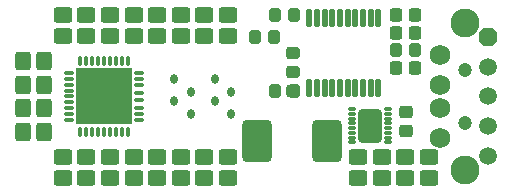
<source format=gts>
%FSLAX44Y44*%
%MOMM*%
G71*
G01*
G75*
G04 Layer_Color=8388736*
%ADD10O,0.6500X0.2000*%
G04:AMPARAMS|DCode=11|XSize=2.75mm|YSize=1.9mm|CornerRadius=0.228mm|HoleSize=0mm|Usage=FLASHONLY|Rotation=90.000|XOffset=0mm|YOffset=0mm|HoleType=Round|Shape=RoundedRectangle|*
%AMROUNDEDRECTD11*
21,1,2.7500,1.4440,0,0,90.0*
21,1,2.2940,1.9000,0,0,90.0*
1,1,0.4560,0.7220,1.1470*
1,1,0.4560,0.7220,-1.1470*
1,1,0.4560,-0.7220,-1.1470*
1,1,0.4560,-0.7220,1.1470*
%
%ADD11ROUNDEDRECTD11*%
G04:AMPARAMS|DCode=12|XSize=1mm|YSize=0.95mm|CornerRadius=0.1995mm|HoleSize=0mm|Usage=FLASHONLY|Rotation=0.000|XOffset=0mm|YOffset=0mm|HoleType=Round|Shape=RoundedRectangle|*
%AMROUNDEDRECTD12*
21,1,1.0000,0.5510,0,0,0.0*
21,1,0.6010,0.9500,0,0,0.0*
1,1,0.3990,0.3005,-0.2755*
1,1,0.3990,-0.3005,-0.2755*
1,1,0.3990,-0.3005,0.2755*
1,1,0.3990,0.3005,0.2755*
%
%ADD12ROUNDEDRECTD12*%
G04:AMPARAMS|DCode=13|XSize=1.45mm|YSize=1.15mm|CornerRadius=0.2013mm|HoleSize=0mm|Usage=FLASHONLY|Rotation=270.000|XOffset=0mm|YOffset=0mm|HoleType=Round|Shape=RoundedRectangle|*
%AMROUNDEDRECTD13*
21,1,1.4500,0.7475,0,0,270.0*
21,1,1.0475,1.1500,0,0,270.0*
1,1,0.4025,-0.3738,-0.5238*
1,1,0.4025,-0.3738,0.5238*
1,1,0.4025,0.3738,0.5238*
1,1,0.4025,0.3738,-0.5238*
%
%ADD13ROUNDEDRECTD13*%
G04:AMPARAMS|DCode=14|XSize=1.45mm|YSize=1.15mm|CornerRadius=0.2013mm|HoleSize=0mm|Usage=FLASHONLY|Rotation=180.000|XOffset=0mm|YOffset=0mm|HoleType=Round|Shape=RoundedRectangle|*
%AMROUNDEDRECTD14*
21,1,1.4500,0.7475,0,0,180.0*
21,1,1.0475,1.1500,0,0,180.0*
1,1,0.4025,-0.5238,0.3738*
1,1,0.4025,0.5238,0.3738*
1,1,0.4025,0.5238,-0.3738*
1,1,0.4025,-0.5238,-0.3738*
%
%ADD14ROUNDEDRECTD14*%
G04:AMPARAMS|DCode=15|XSize=1mm|YSize=0.95mm|CornerRadius=0.1995mm|HoleSize=0mm|Usage=FLASHONLY|Rotation=90.000|XOffset=0mm|YOffset=0mm|HoleType=Round|Shape=RoundedRectangle|*
%AMROUNDEDRECTD15*
21,1,1.0000,0.5510,0,0,90.0*
21,1,0.6010,0.9500,0,0,90.0*
1,1,0.3990,0.2755,0.3005*
1,1,0.3990,0.2755,-0.3005*
1,1,0.3990,-0.2755,-0.3005*
1,1,0.3990,-0.2755,0.3005*
%
%ADD15ROUNDEDRECTD15*%
G04:AMPARAMS|DCode=16|XSize=1mm|YSize=0.9mm|CornerRadius=0.198mm|HoleSize=0mm|Usage=FLASHONLY|Rotation=90.000|XOffset=0mm|YOffset=0mm|HoleType=Round|Shape=RoundedRectangle|*
%AMROUNDEDRECTD16*
21,1,1.0000,0.5040,0,0,90.0*
21,1,0.6040,0.9000,0,0,90.0*
1,1,0.3960,0.2520,0.3020*
1,1,0.3960,0.2520,-0.3020*
1,1,0.3960,-0.2520,-0.3020*
1,1,0.3960,-0.2520,0.3020*
%
%ADD16ROUNDEDRECTD16*%
G04:AMPARAMS|DCode=17|XSize=0.65mm|YSize=0.5mm|CornerRadius=0.2mm|HoleSize=0mm|Usage=FLASHONLY|Rotation=270.000|XOffset=0mm|YOffset=0mm|HoleType=Round|Shape=RoundedRectangle|*
%AMROUNDEDRECTD17*
21,1,0.6500,0.1000,0,0,270.0*
21,1,0.2500,0.5000,0,0,270.0*
1,1,0.4000,-0.0500,-0.1250*
1,1,0.4000,-0.0500,0.1250*
1,1,0.4000,0.0500,0.1250*
1,1,0.4000,0.0500,-0.1250*
%
%ADD17ROUNDEDRECTD17*%
G04:AMPARAMS|DCode=18|XSize=1mm|YSize=0.9mm|CornerRadius=0.198mm|HoleSize=0mm|Usage=FLASHONLY|Rotation=180.000|XOffset=0mm|YOffset=0mm|HoleType=Round|Shape=RoundedRectangle|*
%AMROUNDEDRECTD18*
21,1,1.0000,0.5040,0,0,180.0*
21,1,0.6040,0.9000,0,0,180.0*
1,1,0.3960,-0.3020,0.2520*
1,1,0.3960,0.3020,0.2520*
1,1,0.3960,0.3020,-0.2520*
1,1,0.3960,-0.3020,-0.2520*
%
%ADD18ROUNDEDRECTD18*%
G04:AMPARAMS|DCode=19|XSize=3.4mm|YSize=2.35mm|CornerRadius=0.2938mm|HoleSize=0mm|Usage=FLASHONLY|Rotation=90.000|XOffset=0mm|YOffset=0mm|HoleType=Round|Shape=RoundedRectangle|*
%AMROUNDEDRECTD19*
21,1,3.4000,1.7625,0,0,90.0*
21,1,2.8125,2.3500,0,0,90.0*
1,1,0.5875,0.8812,1.4063*
1,1,0.5875,0.8812,-1.4063*
1,1,0.5875,-0.8812,-1.4063*
1,1,0.5875,-0.8812,1.4063*
%
%ADD19ROUNDEDRECTD19*%
%ADD20O,0.4500X1.5000*%
%ADD21O,0.8500X0.2500*%
%ADD22O,0.2500X0.8500*%
%ADD23R,4.7000X4.7000*%
%ADD24C,0.3000*%
%ADD25C,0.2000*%
%ADD26C,1.0000*%
%ADD27C,0.5000*%
%ADD28C,0.8000*%
%ADD29R,0.4500X1.4000*%
G04:AMPARAMS|DCode=30|XSize=1.3mm|YSize=1.3mm|CornerRadius=0mm|HoleSize=0mm|Usage=FLASHONLY|Rotation=270.000|XOffset=0mm|YOffset=0mm|HoleType=Round|Shape=Octagon|*
%AMOCTAGOND30*
4,1,8,-0.3250,-0.6500,0.3250,-0.6500,0.6500,-0.3250,0.6500,0.3250,0.3250,0.6500,-0.3250,0.6500,-0.6500,0.3250,-0.6500,-0.3250,-0.3250,-0.6500,0.0*
%
%ADD30OCTAGOND30*%

%ADD31C,1.3000*%
%ADD32C,1.0000*%
%ADD33C,1.6000*%
%ADD34C,0.6000*%
%ADD35O,3.0000X1.0000*%
%ADD36C,0.2500*%
%ADD37C,0.1000*%
%ADD38C,0.1500*%
G04:AMPARAMS|DCode=39|XSize=2.05mm|YSize=1.2mm|CornerRadius=0mm|HoleSize=0mm|Usage=FLASHONLY|Rotation=90.000|XOffset=0mm|YOffset=0mm|HoleType=Round|Shape=RoundedRectangle|*
%AMROUNDEDRECTD39*
21,1,2.0500,1.2000,0,0,90.0*
21,1,2.0500,1.2000,0,0,90.0*
1,1,0.0000,0.6000,1.0250*
1,1,0.0000,0.6000,-1.0250*
1,1,0.0000,-0.6000,-1.0250*
1,1,0.0000,-0.6000,1.0250*
%
%ADD39ROUNDEDRECTD39*%
%ADD40R,2.8000X2.8000*%
%ADD41O,0.7500X0.3000*%
G04:AMPARAMS|DCode=42|XSize=2.85mm|YSize=2mm|CornerRadius=0.278mm|HoleSize=0mm|Usage=FLASHONLY|Rotation=90.000|XOffset=0mm|YOffset=0mm|HoleType=Round|Shape=RoundedRectangle|*
%AMROUNDEDRECTD42*
21,1,2.8500,1.4440,0,0,90.0*
21,1,2.2940,2.0000,0,0,90.0*
1,1,0.5560,0.7220,1.1470*
1,1,0.5560,0.7220,-1.1470*
1,1,0.5560,-0.7220,-1.1470*
1,1,0.5560,-0.7220,1.1470*
%
%ADD42ROUNDEDRECTD42*%
G04:AMPARAMS|DCode=43|XSize=1.15mm|YSize=1.1mm|CornerRadius=0.2745mm|HoleSize=0mm|Usage=FLASHONLY|Rotation=0.000|XOffset=0mm|YOffset=0mm|HoleType=Round|Shape=RoundedRectangle|*
%AMROUNDEDRECTD43*
21,1,1.1500,0.5510,0,0,0.0*
21,1,0.6010,1.1000,0,0,0.0*
1,1,0.5490,0.3005,-0.2755*
1,1,0.5490,-0.3005,-0.2755*
1,1,0.5490,-0.3005,0.2755*
1,1,0.5490,0.3005,0.2755*
%
%ADD43ROUNDEDRECTD43*%
G04:AMPARAMS|DCode=44|XSize=1.6mm|YSize=1.3mm|CornerRadius=0.2763mm|HoleSize=0mm|Usage=FLASHONLY|Rotation=270.000|XOffset=0mm|YOffset=0mm|HoleType=Round|Shape=RoundedRectangle|*
%AMROUNDEDRECTD44*
21,1,1.6000,0.7475,0,0,270.0*
21,1,1.0475,1.3000,0,0,270.0*
1,1,0.5525,-0.3738,-0.5238*
1,1,0.5525,-0.3738,0.5238*
1,1,0.5525,0.3738,0.5238*
1,1,0.5525,0.3738,-0.5238*
%
%ADD44ROUNDEDRECTD44*%
G04:AMPARAMS|DCode=45|XSize=1.6mm|YSize=1.3mm|CornerRadius=0.2763mm|HoleSize=0mm|Usage=FLASHONLY|Rotation=180.000|XOffset=0mm|YOffset=0mm|HoleType=Round|Shape=RoundedRectangle|*
%AMROUNDEDRECTD45*
21,1,1.6000,0.7475,0,0,180.0*
21,1,1.0475,1.3000,0,0,180.0*
1,1,0.5525,-0.5238,0.3738*
1,1,0.5525,0.5238,0.3738*
1,1,0.5525,0.5238,-0.3738*
1,1,0.5525,-0.5238,-0.3738*
%
%ADD45ROUNDEDRECTD45*%
G04:AMPARAMS|DCode=46|XSize=1.15mm|YSize=1.1mm|CornerRadius=0.2745mm|HoleSize=0mm|Usage=FLASHONLY|Rotation=90.000|XOffset=0mm|YOffset=0mm|HoleType=Round|Shape=RoundedRectangle|*
%AMROUNDEDRECTD46*
21,1,1.1500,0.5510,0,0,90.0*
21,1,0.6010,1.1000,0,0,90.0*
1,1,0.5490,0.2755,0.3005*
1,1,0.5490,0.2755,-0.3005*
1,1,0.5490,-0.2755,-0.3005*
1,1,0.5490,-0.2755,0.3005*
%
%ADD46ROUNDEDRECTD46*%
G04:AMPARAMS|DCode=47|XSize=1.15mm|YSize=1.05mm|CornerRadius=0.273mm|HoleSize=0mm|Usage=FLASHONLY|Rotation=90.000|XOffset=0mm|YOffset=0mm|HoleType=Round|Shape=RoundedRectangle|*
%AMROUNDEDRECTD47*
21,1,1.1500,0.5040,0,0,90.0*
21,1,0.6040,1.0500,0,0,90.0*
1,1,0.5460,0.2520,0.3020*
1,1,0.5460,0.2520,-0.3020*
1,1,0.5460,-0.2520,-0.3020*
1,1,0.5460,-0.2520,0.3020*
%
%ADD47ROUNDEDRECTD47*%
G04:AMPARAMS|DCode=48|XSize=0.8mm|YSize=0.65mm|CornerRadius=0.275mm|HoleSize=0mm|Usage=FLASHONLY|Rotation=270.000|XOffset=0mm|YOffset=0mm|HoleType=Round|Shape=RoundedRectangle|*
%AMROUNDEDRECTD48*
21,1,0.8000,0.1000,0,0,270.0*
21,1,0.2500,0.6500,0,0,270.0*
1,1,0.5500,-0.0500,-0.1250*
1,1,0.5500,-0.0500,0.1250*
1,1,0.5500,0.0500,0.1250*
1,1,0.5500,0.0500,-0.1250*
%
%ADD48ROUNDEDRECTD48*%
G04:AMPARAMS|DCode=49|XSize=1.15mm|YSize=1.05mm|CornerRadius=0.273mm|HoleSize=0mm|Usage=FLASHONLY|Rotation=180.000|XOffset=0mm|YOffset=0mm|HoleType=Round|Shape=RoundedRectangle|*
%AMROUNDEDRECTD49*
21,1,1.1500,0.5040,0,0,180.0*
21,1,0.6040,1.0500,0,0,180.0*
1,1,0.5460,-0.3020,0.2520*
1,1,0.5460,0.3020,0.2520*
1,1,0.5460,0.3020,-0.2520*
1,1,0.5460,-0.3020,-0.2520*
%
%ADD49ROUNDEDRECTD49*%
G04:AMPARAMS|DCode=50|XSize=3.55mm|YSize=2.5mm|CornerRadius=0.3688mm|HoleSize=0mm|Usage=FLASHONLY|Rotation=90.000|XOffset=0mm|YOffset=0mm|HoleType=Round|Shape=RoundedRectangle|*
%AMROUNDEDRECTD50*
21,1,3.5500,1.7625,0,0,90.0*
21,1,2.8125,2.5000,0,0,90.0*
1,1,0.7375,0.8812,1.4063*
1,1,0.7375,0.8812,-1.4063*
1,1,0.7375,-0.8812,-1.4063*
1,1,0.7375,-0.8812,1.4063*
%
%ADD50ROUNDEDRECTD50*%
%ADD51O,0.5500X1.6000*%
%ADD52O,0.9500X0.3500*%
%ADD53O,0.3500X0.9500*%
%ADD54R,4.8000X4.8000*%
G04:AMPARAMS|DCode=55|XSize=1.5032mm|YSize=1.5032mm|CornerRadius=0mm|HoleSize=0mm|Usage=FLASHONLY|Rotation=270.000|XOffset=0mm|YOffset=0mm|HoleType=Round|Shape=Octagon|*
%AMOCTAGOND55*
4,1,8,-0.3758,-0.7516,0.3758,-0.7516,0.7516,-0.3758,0.7516,0.3758,0.3758,0.7516,-0.3758,0.7516,-0.7516,0.3758,-0.7516,-0.3758,-0.3758,-0.7516,0.0*
%
%ADD55OCTAGOND55*%

%ADD56C,1.5032*%
%ADD57C,2.4500*%
%ADD58C,1.7500*%
%ADD59C,1.2000*%
D41*
X355250Y92250D02*
D03*
Y96250D02*
D03*
Y100250D02*
D03*
Y104250D02*
D03*
Y88250D02*
D03*
Y84250D02*
D03*
Y80250D02*
D03*
Y76250D02*
D03*
X325250D02*
D03*
Y80250D02*
D03*
Y84250D02*
D03*
Y88250D02*
D03*
X325250Y92250D02*
D03*
X325250Y96250D02*
D03*
Y100250D02*
D03*
Y104250D02*
D03*
D42*
X340250Y90250D02*
D03*
D43*
X370250Y85750D02*
D03*
Y101750D02*
D03*
D44*
X46000Y105000D02*
D03*
X64000D02*
D03*
X46000Y125000D02*
D03*
X64000D02*
D03*
X46000Y145000D02*
D03*
X64000D02*
D03*
X46000Y85000D02*
D03*
X64000D02*
D03*
D45*
X80000Y184000D02*
D03*
Y166000D02*
D03*
X100000Y184000D02*
D03*
Y166000D02*
D03*
X120000Y184000D02*
D03*
Y166000D02*
D03*
X140000Y184000D02*
D03*
Y166000D02*
D03*
X180000Y46000D02*
D03*
Y64000D02*
D03*
X160000Y46000D02*
D03*
Y64000D02*
D03*
X200000Y184000D02*
D03*
Y166000D02*
D03*
X390000Y46000D02*
D03*
Y64000D02*
D03*
X200000Y46000D02*
D03*
Y64000D02*
D03*
X220000Y184000D02*
D03*
Y166000D02*
D03*
X180000Y184000D02*
D03*
Y166000D02*
D03*
X160000Y184000D02*
D03*
Y166000D02*
D03*
X140000Y46000D02*
D03*
Y64000D02*
D03*
X120000Y46000D02*
D03*
Y64000D02*
D03*
X100000Y46000D02*
D03*
Y64000D02*
D03*
X80000Y46000D02*
D03*
Y64000D02*
D03*
X350000Y46000D02*
D03*
Y64000D02*
D03*
X330000Y46000D02*
D03*
Y64000D02*
D03*
X370000Y46000D02*
D03*
Y64000D02*
D03*
X220000Y46000D02*
D03*
Y64000D02*
D03*
D46*
X378000Y169000D02*
D03*
X362000D02*
D03*
X378000Y184000D02*
D03*
X362000D02*
D03*
X378000Y139000D02*
D03*
X362000D02*
D03*
D47*
X378000Y154000D02*
D03*
X362000D02*
D03*
X259000Y164959D02*
D03*
X243000D02*
D03*
X275500Y119750D02*
D03*
X259500D02*
D03*
Y184000D02*
D03*
X275500D02*
D03*
D48*
X222750Y118500D02*
D03*
Y100500D02*
D03*
X208750Y111500D02*
D03*
Y129500D02*
D03*
X188250Y100500D02*
D03*
Y118500D02*
D03*
X174250Y129500D02*
D03*
Y111500D02*
D03*
D49*
X275250Y152000D02*
D03*
Y136000D02*
D03*
Y136000D02*
D03*
Y120000D02*
D03*
D50*
X304000Y77000D02*
D03*
X244500D02*
D03*
D51*
X347250Y181500D02*
D03*
X340750D02*
D03*
X334250D02*
D03*
X327750D02*
D03*
X321250D02*
D03*
X314750D02*
D03*
X308250D02*
D03*
X301750D02*
D03*
X295250D02*
D03*
X288750D02*
D03*
Y122500D02*
D03*
X295250D02*
D03*
X301750D02*
D03*
X308250D02*
D03*
X314750D02*
D03*
X321250D02*
D03*
X327750D02*
D03*
X334250D02*
D03*
X340750D02*
D03*
X347250D02*
D03*
D52*
X85000Y134500D02*
D03*
Y130000D02*
D03*
Y125000D02*
D03*
Y120000D02*
D03*
Y115000D02*
D03*
Y110000D02*
D03*
Y105000D02*
D03*
Y100000D02*
D03*
Y95000D02*
D03*
X145000D02*
D03*
Y100000D02*
D03*
Y105000D02*
D03*
Y111670D02*
D03*
Y118330D02*
D03*
Y125000D02*
D03*
Y130000D02*
D03*
Y135000D02*
D03*
D53*
X95000Y85000D02*
D03*
X100000D02*
D03*
X105000D02*
D03*
X110000D02*
D03*
X115000D02*
D03*
X120000D02*
D03*
X125000D02*
D03*
X130000D02*
D03*
X135000D02*
D03*
Y145000D02*
D03*
X130000D02*
D03*
X120000D02*
D03*
X125000D02*
D03*
X110000D02*
D03*
X115000D02*
D03*
X100000D02*
D03*
X105000D02*
D03*
X95000D02*
D03*
D54*
X115000Y115000D02*
D03*
D55*
X439750Y165750D02*
D03*
D56*
Y140250D02*
D03*
Y115250D02*
D03*
Y89750D02*
D03*
Y64250D02*
D03*
D57*
X420500Y52750D02*
D03*
Y177500D02*
D03*
D58*
X399400Y80000D02*
D03*
Y105000D02*
D03*
Y125000D02*
D03*
Y150000D02*
D03*
D59*
X420250Y137500D02*
D03*
Y92500D02*
D03*
M02*

</source>
